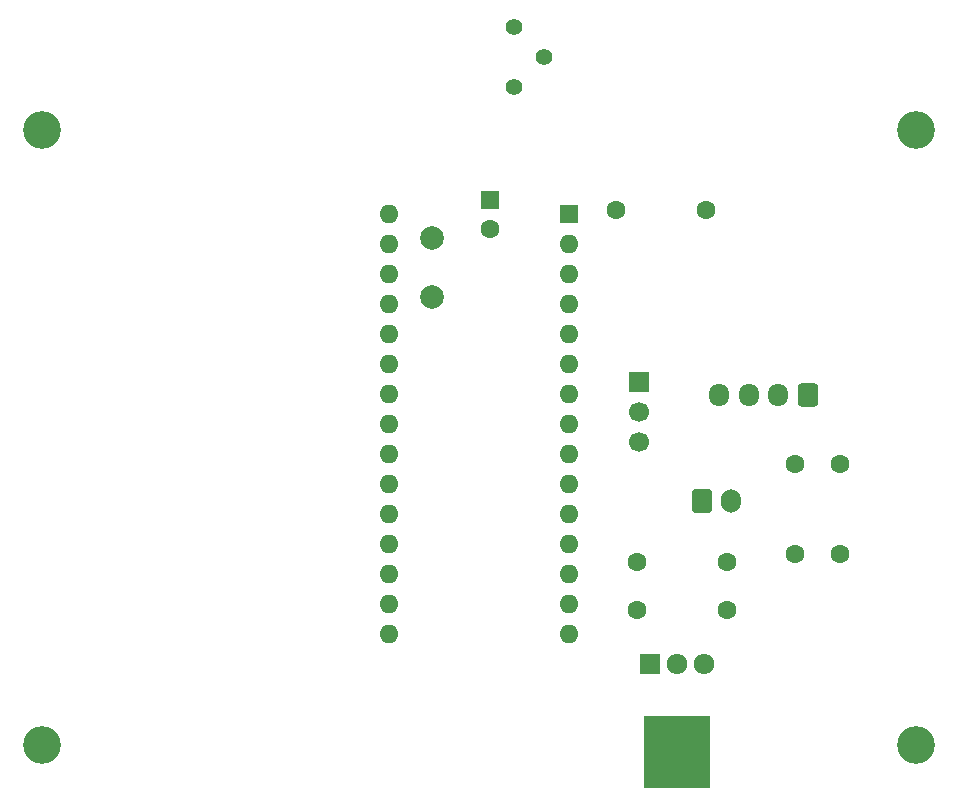
<source format=gbs>
G04 #@! TF.GenerationSoftware,KiCad,Pcbnew,9.0.6-9.0.6~ubuntu22.04.1*
G04 #@! TF.CreationDate,2025-11-27T17:33:19+09:00*
G04 #@! TF.ProjectId,LineSensor,4c696e65-5365-46e7-936f-722e6b696361,rev?*
G04 #@! TF.SameCoordinates,Original*
G04 #@! TF.FileFunction,Soldermask,Bot*
G04 #@! TF.FilePolarity,Negative*
%FSLAX46Y46*%
G04 Gerber Fmt 4.6, Leading zero omitted, Abs format (unit mm)*
G04 Created by KiCad (PCBNEW 9.0.6-9.0.6~ubuntu22.04.1) date 2025-11-27 17:33:19*
%MOMM*%
%LPD*%
G01*
G04 APERTURE LIST*
G04 Aperture macros list*
%AMRoundRect*
0 Rectangle with rounded corners*
0 $1 Rounding radius*
0 $2 $3 $4 $5 $6 $7 $8 $9 X,Y pos of 4 corners*
0 Add a 4 corners polygon primitive as box body*
4,1,4,$2,$3,$4,$5,$6,$7,$8,$9,$2,$3,0*
0 Add four circle primitives for the rounded corners*
1,1,$1+$1,$2,$3*
1,1,$1+$1,$4,$5*
1,1,$1+$1,$6,$7*
1,1,$1+$1,$8,$9*
0 Add four rect primitives between the rounded corners*
20,1,$1+$1,$2,$3,$4,$5,0*
20,1,$1+$1,$4,$5,$6,$7,0*
20,1,$1+$1,$6,$7,$8,$9,0*
20,1,$1+$1,$8,$9,$2,$3,0*%
G04 Aperture macros list end*
%ADD10C,3.200000*%
%ADD11R,1.700000X1.700000*%
%ADD12C,1.700000*%
%ADD13C,1.600000*%
%ADD14RoundRect,0.250000X-0.550000X0.550000X-0.550000X-0.550000X0.550000X-0.550000X0.550000X0.550000X0*%
%ADD15RoundRect,0.250000X-0.600000X-0.750000X0.600000X-0.750000X0.600000X0.750000X-0.600000X0.750000X0*%
%ADD16O,1.700000X2.000000*%
%ADD17RoundRect,0.250000X0.600000X0.725000X-0.600000X0.725000X-0.600000X-0.725000X0.600000X-0.725000X0*%
%ADD18O,1.700000X1.950000*%
%ADD19R,1.600000X1.600000*%
%ADD20O,1.600000X1.600000*%
%ADD21C,1.400000*%
%ADD22C,2.000000*%
%ADD23R,1.717500X1.800000*%
%ADD24O,1.717500X1.800000*%
%ADD25R,5.700000X6.200000*%
G04 APERTURE END LIST*
D10*
G04 #@! TO.C,H1*
X187000000Y-126000000D03*
G04 #@! TD*
G04 #@! TO.C,H4*
X187000000Y-74000000D03*
G04 #@! TD*
G04 #@! TO.C,H2*
X113000000Y-126000000D03*
G04 #@! TD*
G04 #@! TO.C,H3*
X113000000Y-74000000D03*
G04 #@! TD*
D11*
G04 #@! TO.C,SW2*
X163534000Y-95315000D03*
D12*
X163534000Y-97855000D03*
X163534000Y-100395000D03*
G04 #@! TD*
D13*
G04 #@! TO.C,R84*
X163380000Y-110500000D03*
X171000000Y-110500000D03*
G04 #@! TD*
D14*
G04 #@! TO.C,C2*
X150961000Y-79852000D03*
D13*
X150961000Y-82352000D03*
G04 #@! TD*
D15*
G04 #@! TO.C,J2*
X168900000Y-105400000D03*
D16*
X171400000Y-105400000D03*
G04 #@! TD*
D17*
G04 #@! TO.C,J1*
X177861000Y-96407000D03*
D18*
X175361000Y-96407000D03*
X172861000Y-96407000D03*
X170361000Y-96407000D03*
G04 #@! TD*
D19*
G04 #@! TO.C,A1*
X157610000Y-81109000D03*
D20*
X157610000Y-83649000D03*
X157610000Y-86189000D03*
X157610000Y-88729000D03*
X157610000Y-91269000D03*
X157610000Y-93809000D03*
X157610000Y-96349000D03*
X157610000Y-98889000D03*
X157610000Y-101429000D03*
X157610000Y-103969000D03*
X157610000Y-106509000D03*
X157610000Y-109049000D03*
X157610000Y-111589000D03*
X157610000Y-114129000D03*
X157610000Y-116669000D03*
X142370000Y-116669000D03*
X142370000Y-114129000D03*
X142370000Y-111589000D03*
X142370000Y-109049000D03*
X142370000Y-106509000D03*
X142370000Y-103969000D03*
X142370000Y-101429000D03*
X142370000Y-98889000D03*
X142370000Y-96349000D03*
X142370000Y-93809000D03*
X142370000Y-91269000D03*
X142370000Y-88729000D03*
X142370000Y-86189000D03*
X142370000Y-83649000D03*
X142370000Y-81109000D03*
G04 #@! TD*
D13*
G04 #@! TO.C,R51*
X180593000Y-102230000D03*
X180592999Y-109850000D03*
G04 #@! TD*
D21*
G04 #@! TO.C,RV1*
X153000000Y-65260000D03*
X155540000Y-67800000D03*
X153000000Y-70340000D03*
G04 #@! TD*
D22*
G04 #@! TO.C,C3*
X146081000Y-88082000D03*
X146081000Y-83082000D03*
G04 #@! TD*
D13*
G04 #@! TO.C,R50*
X176750000Y-109820000D03*
X176750000Y-102200000D03*
G04 #@! TD*
G04 #@! TO.C,R49*
X169229000Y-80758000D03*
X161609000Y-80758000D03*
G04 #@! TD*
G04 #@! TO.C,R85*
X171000000Y-114600000D03*
X163380000Y-114600000D03*
G04 #@! TD*
D23*
G04 #@! TO.C,Q17*
X164500000Y-119200000D03*
D24*
X166790000Y-119200000D03*
X169080000Y-119200000D03*
D25*
X166790000Y-126633000D03*
G04 #@! TD*
M02*

</source>
